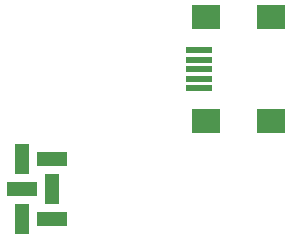
<source format=gbr>
G04 EAGLE Gerber RS-274X export*
G75*
%MOMM*%
%FSLAX34Y34*%
%LPD*%
%INSolderpaste Bottom*%
%IPPOS*%
%AMOC8*
5,1,8,0,0,1.08239X$1,22.5*%
G01*
%ADD10R,2.400000X2.000000*%
%ADD11R,2.308000X0.500000*%
%ADD12R,1.270000X2.540000*%
%ADD13R,2.540000X1.270000*%


D10*
X523800Y310700D03*
D11*
X518160Y282700D03*
X518160Y274700D03*
X518160Y266700D03*
X518160Y258700D03*
X518160Y250700D03*
D10*
X578800Y310700D03*
X523800Y222700D03*
X578800Y222700D03*
D12*
X368300Y139700D03*
D13*
X393700Y139700D03*
X368300Y165100D03*
D12*
X393700Y165100D03*
X368300Y190500D03*
D13*
X393700Y190500D03*
M02*

</source>
